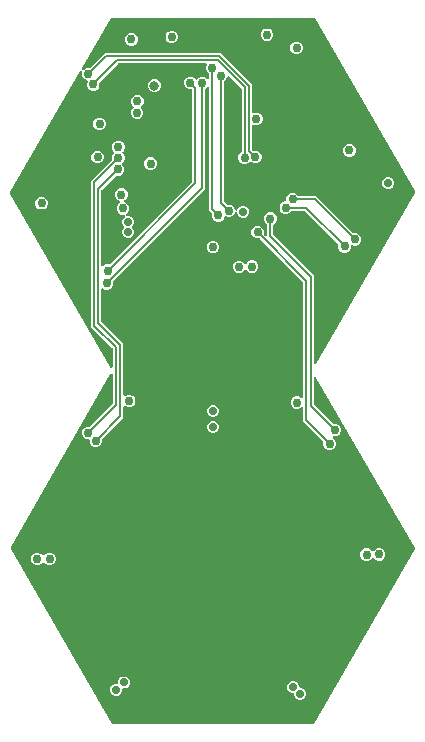
<source format=gbr>
G04 EAGLE Gerber RS-274X export*
G75*
%MOMM*%
%FSLAX34Y34*%
%LPD*%
%INCopper Layer 2*%
%IPPOS*%
%AMOC8*
5,1,8,0,0,1.08239X$1,22.5*%
G01*
%ADD10C,0.756400*%
%ADD11C,0.806400*%
%ADD12C,0.203200*%
%ADD13C,0.706400*%

G36*
X84580Y-449060D02*
X84580Y-449060D01*
X84658Y-449059D01*
X84720Y-449041D01*
X84785Y-449031D01*
X84856Y-449000D01*
X84930Y-448977D01*
X84985Y-448942D01*
X85044Y-448915D01*
X85103Y-448865D01*
X85169Y-448823D01*
X85204Y-448780D01*
X85261Y-448732D01*
X85333Y-448624D01*
X85382Y-448564D01*
X170714Y-300825D01*
X170743Y-300753D01*
X170781Y-300685D01*
X170796Y-300622D01*
X170821Y-300561D01*
X170829Y-300484D01*
X170846Y-300409D01*
X170843Y-300343D01*
X170850Y-300278D01*
X170836Y-300202D01*
X170832Y-300125D01*
X170812Y-300072D01*
X170799Y-299999D01*
X170742Y-299883D01*
X170715Y-299810D01*
X87621Y-155617D01*
X87608Y-155601D01*
X87600Y-155583D01*
X87521Y-155490D01*
X87446Y-155393D01*
X87429Y-155381D01*
X87416Y-155366D01*
X87314Y-155298D01*
X87215Y-155226D01*
X87197Y-155220D01*
X87180Y-155209D01*
X87063Y-155172D01*
X86948Y-155130D01*
X86928Y-155129D01*
X86909Y-155123D01*
X86787Y-155120D01*
X86664Y-155112D01*
X86645Y-155116D01*
X86625Y-155115D01*
X86506Y-155146D01*
X86386Y-155173D01*
X86369Y-155182D01*
X86350Y-155187D01*
X86244Y-155250D01*
X86137Y-155308D01*
X86122Y-155322D01*
X86105Y-155333D01*
X86021Y-155422D01*
X85934Y-155508D01*
X85924Y-155525D01*
X85911Y-155540D01*
X85855Y-155649D01*
X85795Y-155756D01*
X85790Y-155775D01*
X85781Y-155793D01*
X85769Y-155866D01*
X85730Y-156032D01*
X85732Y-156084D01*
X85726Y-156124D01*
X85726Y-178105D01*
X85738Y-178192D01*
X85741Y-178279D01*
X85758Y-178332D01*
X85766Y-178387D01*
X85801Y-178466D01*
X85828Y-178550D01*
X85856Y-178589D01*
X85882Y-178646D01*
X85978Y-178759D01*
X86023Y-178823D01*
X101504Y-194304D01*
X101506Y-194305D01*
X101507Y-194307D01*
X101625Y-194395D01*
X101732Y-194475D01*
X101733Y-194476D01*
X101735Y-194477D01*
X101868Y-194527D01*
X101997Y-194576D01*
X101999Y-194577D01*
X102001Y-194577D01*
X102144Y-194589D01*
X102281Y-194600D01*
X102282Y-194600D01*
X102284Y-194600D01*
X102301Y-194596D01*
X102324Y-194591D01*
X104561Y-194591D01*
X106511Y-195399D01*
X108004Y-196892D01*
X108812Y-198842D01*
X108812Y-200954D01*
X108004Y-202904D01*
X106511Y-204397D01*
X104561Y-205205D01*
X102508Y-205205D01*
X102470Y-205210D01*
X102456Y-205209D01*
X102414Y-205217D01*
X102334Y-205220D01*
X102281Y-205237D01*
X102227Y-205245D01*
X102185Y-205263D01*
X102177Y-205265D01*
X102150Y-205279D01*
X102147Y-205280D01*
X102063Y-205307D01*
X102017Y-205338D01*
X101967Y-205361D01*
X101927Y-205394D01*
X101925Y-205396D01*
X101917Y-205404D01*
X101900Y-205417D01*
X101828Y-205466D01*
X101792Y-205509D01*
X101750Y-205544D01*
X101719Y-205591D01*
X101719Y-205592D01*
X101718Y-205592D01*
X101702Y-205617D01*
X101645Y-205685D01*
X101623Y-205735D01*
X101593Y-205781D01*
X101566Y-205865D01*
X101531Y-205945D01*
X101523Y-205999D01*
X101507Y-206052D01*
X101505Y-206111D01*
X101505Y-206112D01*
X101505Y-206118D01*
X101504Y-206140D01*
X101493Y-206227D01*
X101501Y-206281D01*
X101499Y-206336D01*
X101514Y-206391D01*
X101514Y-206397D01*
X101521Y-206417D01*
X101522Y-206421D01*
X101534Y-206508D01*
X101557Y-206558D01*
X101571Y-206611D01*
X101598Y-206656D01*
X101601Y-206667D01*
X101617Y-206689D01*
X101652Y-206766D01*
X101688Y-206808D01*
X101717Y-206856D01*
X101775Y-206911D01*
X101796Y-206940D01*
X101833Y-206977D01*
X101837Y-206982D01*
X101839Y-206983D01*
X103432Y-208576D01*
X104240Y-210526D01*
X104240Y-212638D01*
X103432Y-214588D01*
X101939Y-216081D01*
X99989Y-216889D01*
X97877Y-216889D01*
X95927Y-216081D01*
X94434Y-214588D01*
X93626Y-212638D01*
X93626Y-210429D01*
X93630Y-210413D01*
X93630Y-210411D01*
X93631Y-210409D01*
X93626Y-210270D01*
X93622Y-210129D01*
X93622Y-210127D01*
X93622Y-210125D01*
X93579Y-209993D01*
X93536Y-209858D01*
X93535Y-209856D01*
X93534Y-209855D01*
X93525Y-209842D01*
X93378Y-209622D01*
X93354Y-209602D01*
X93339Y-209581D01*
X76580Y-192822D01*
X76580Y-181153D01*
X76576Y-181123D01*
X76579Y-181094D01*
X76556Y-180983D01*
X76540Y-180871D01*
X76528Y-180844D01*
X76523Y-180816D01*
X76471Y-180715D01*
X76424Y-180612D01*
X76405Y-180589D01*
X76392Y-180563D01*
X76314Y-180481D01*
X76241Y-180395D01*
X76216Y-180378D01*
X76196Y-180357D01*
X76098Y-180300D01*
X76004Y-180237D01*
X75976Y-180228D01*
X75951Y-180213D01*
X75841Y-180185D01*
X75733Y-180151D01*
X75703Y-180151D01*
X75675Y-180143D01*
X75562Y-180147D01*
X75449Y-180144D01*
X75420Y-180151D01*
X75391Y-180152D01*
X75283Y-180187D01*
X75174Y-180216D01*
X75148Y-180231D01*
X75120Y-180240D01*
X75056Y-180285D01*
X74929Y-180361D01*
X74886Y-180407D01*
X74847Y-180435D01*
X74126Y-181156D01*
X72176Y-181964D01*
X70064Y-181964D01*
X68114Y-181156D01*
X66621Y-179663D01*
X65813Y-177713D01*
X65813Y-175601D01*
X66621Y-173651D01*
X68114Y-172158D01*
X70064Y-171350D01*
X72176Y-171350D01*
X74126Y-172158D01*
X74847Y-172879D01*
X74871Y-172897D01*
X74890Y-172919D01*
X74984Y-172982D01*
X75074Y-173050D01*
X75102Y-173061D01*
X75126Y-173077D01*
X75234Y-173111D01*
X75340Y-173151D01*
X75369Y-173154D01*
X75397Y-173163D01*
X75511Y-173166D01*
X75623Y-173175D01*
X75652Y-173169D01*
X75681Y-173170D01*
X75791Y-173141D01*
X75902Y-173119D01*
X75928Y-173106D01*
X75956Y-173098D01*
X76054Y-173040D01*
X76154Y-172988D01*
X76176Y-172968D01*
X76201Y-172953D01*
X76278Y-172870D01*
X76360Y-172792D01*
X76375Y-172767D01*
X76395Y-172746D01*
X76447Y-172645D01*
X76504Y-172547D01*
X76511Y-172519D01*
X76525Y-172492D01*
X76538Y-172415D01*
X76574Y-172272D01*
X76572Y-172209D01*
X76580Y-172161D01*
X76580Y-75006D01*
X76568Y-74919D01*
X76565Y-74832D01*
X76548Y-74779D01*
X76540Y-74724D01*
X76505Y-74645D01*
X76478Y-74561D01*
X76450Y-74522D01*
X76424Y-74465D01*
X76328Y-74352D01*
X76283Y-74288D01*
X39974Y-37979D01*
X39972Y-37978D01*
X39971Y-37976D01*
X39853Y-37888D01*
X39746Y-37808D01*
X39745Y-37807D01*
X39743Y-37806D01*
X39610Y-37756D01*
X39481Y-37707D01*
X39479Y-37706D01*
X39477Y-37706D01*
X39334Y-37694D01*
X39197Y-37683D01*
X39196Y-37683D01*
X39194Y-37683D01*
X39177Y-37687D01*
X39154Y-37692D01*
X36917Y-37692D01*
X34967Y-36884D01*
X33474Y-35391D01*
X32666Y-33441D01*
X32666Y-31329D01*
X33474Y-29379D01*
X34967Y-27886D01*
X36917Y-27078D01*
X39029Y-27078D01*
X40979Y-27886D01*
X42472Y-29379D01*
X43280Y-31329D01*
X43280Y-33538D01*
X43276Y-33554D01*
X43276Y-33556D01*
X43275Y-33558D01*
X43280Y-33697D01*
X43284Y-33838D01*
X43284Y-33840D01*
X43284Y-33842D01*
X43327Y-33974D01*
X43370Y-34109D01*
X43371Y-34111D01*
X43372Y-34112D01*
X43381Y-34126D01*
X43528Y-34345D01*
X43552Y-34365D01*
X43567Y-34386D01*
X44494Y-35313D01*
X44518Y-35331D01*
X44537Y-35353D01*
X44631Y-35416D01*
X44721Y-35484D01*
X44749Y-35494D01*
X44773Y-35511D01*
X44881Y-35545D01*
X44987Y-35585D01*
X45016Y-35588D01*
X45044Y-35596D01*
X45158Y-35599D01*
X45270Y-35609D01*
X45299Y-35603D01*
X45328Y-35604D01*
X45438Y-35575D01*
X45549Y-35553D01*
X45575Y-35539D01*
X45603Y-35532D01*
X45701Y-35474D01*
X45801Y-35422D01*
X45823Y-35402D01*
X45848Y-35387D01*
X45925Y-35304D01*
X46007Y-35226D01*
X46022Y-35201D01*
X46042Y-35179D01*
X46094Y-35078D01*
X46151Y-34981D01*
X46158Y-34952D01*
X46172Y-34926D01*
X46185Y-34849D01*
X46221Y-34705D01*
X46219Y-34643D01*
X46227Y-34595D01*
X46227Y-26198D01*
X46227Y-26196D01*
X46227Y-26195D01*
X46207Y-26054D01*
X46187Y-25916D01*
X46187Y-25915D01*
X46187Y-25913D01*
X46128Y-25785D01*
X46071Y-25657D01*
X46070Y-25656D01*
X46069Y-25654D01*
X45979Y-25548D01*
X45888Y-25440D01*
X45886Y-25439D01*
X45885Y-25438D01*
X45873Y-25430D01*
X45850Y-25415D01*
X44269Y-23834D01*
X43461Y-21884D01*
X43461Y-19772D01*
X44269Y-17822D01*
X45762Y-16329D01*
X47712Y-15521D01*
X49824Y-15521D01*
X51774Y-16329D01*
X53267Y-17822D01*
X54075Y-19772D01*
X54075Y-21884D01*
X53267Y-23834D01*
X51705Y-25396D01*
X51691Y-25404D01*
X51690Y-25406D01*
X51688Y-25406D01*
X51590Y-25511D01*
X51495Y-25611D01*
X51495Y-25613D01*
X51494Y-25614D01*
X51429Y-25739D01*
X51365Y-25864D01*
X51365Y-25865D01*
X51364Y-25867D01*
X51362Y-25882D01*
X51310Y-26143D01*
X51313Y-26173D01*
X51309Y-26198D01*
X51309Y-34341D01*
X51321Y-34428D01*
X51324Y-34515D01*
X51341Y-34568D01*
X51349Y-34623D01*
X51384Y-34702D01*
X51411Y-34786D01*
X51439Y-34825D01*
X51465Y-34882D01*
X51561Y-34995D01*
X51606Y-35059D01*
X85726Y-69179D01*
X85726Y-143342D01*
X85729Y-143362D01*
X85727Y-143382D01*
X85748Y-143502D01*
X85766Y-143623D01*
X85774Y-143642D01*
X85777Y-143661D01*
X85832Y-143771D01*
X85882Y-143883D01*
X85895Y-143898D01*
X85904Y-143916D01*
X85986Y-144006D01*
X86065Y-144100D01*
X86082Y-144111D01*
X86096Y-144126D01*
X86200Y-144189D01*
X86302Y-144257D01*
X86321Y-144263D01*
X86338Y-144274D01*
X86456Y-144306D01*
X86573Y-144343D01*
X86593Y-144344D01*
X86612Y-144349D01*
X86735Y-144347D01*
X86857Y-144351D01*
X86877Y-144345D01*
X86897Y-144345D01*
X87014Y-144310D01*
X87132Y-144279D01*
X87150Y-144269D01*
X87169Y-144263D01*
X87272Y-144196D01*
X87377Y-144133D01*
X87390Y-144119D01*
X87407Y-144108D01*
X87454Y-144051D01*
X87571Y-143926D01*
X87595Y-143880D01*
X87621Y-143849D01*
X171145Y1090D01*
X171173Y1162D01*
X171211Y1229D01*
X171226Y1293D01*
X171251Y1353D01*
X171258Y1430D01*
X171276Y1506D01*
X171273Y1571D01*
X171279Y1636D01*
X171266Y1712D01*
X171262Y1790D01*
X171242Y1842D01*
X171229Y1916D01*
X171171Y2031D01*
X171144Y2104D01*
X86484Y148744D01*
X86436Y148805D01*
X86397Y148872D01*
X86349Y148916D01*
X86309Y148968D01*
X86246Y149013D01*
X86189Y149066D01*
X86131Y149096D01*
X86079Y149134D01*
X86005Y149160D01*
X85936Y149196D01*
X85881Y149205D01*
X85811Y149230D01*
X85682Y149238D01*
X85605Y149251D01*
X-85551Y149251D01*
X-85628Y149240D01*
X-85706Y149239D01*
X-85768Y149221D01*
X-85833Y149211D01*
X-85904Y149180D01*
X-85978Y149157D01*
X-86033Y149122D01*
X-86092Y149095D01*
X-86151Y149045D01*
X-86217Y149003D01*
X-86252Y148960D01*
X-86309Y148912D01*
X-86381Y148804D01*
X-86430Y148744D01*
X-110967Y106243D01*
X-110971Y106234D01*
X-110977Y106226D01*
X-111024Y106103D01*
X-111074Y105980D01*
X-111075Y105970D01*
X-111078Y105961D01*
X-111089Y105828D01*
X-111103Y105697D01*
X-111101Y105687D01*
X-111102Y105677D01*
X-111076Y105548D01*
X-111052Y105417D01*
X-111048Y105408D01*
X-111046Y105399D01*
X-110985Y105281D01*
X-110926Y105162D01*
X-110919Y105155D01*
X-110915Y105146D01*
X-110824Y105050D01*
X-110734Y104952D01*
X-110726Y104947D01*
X-110719Y104940D01*
X-110605Y104874D01*
X-110492Y104804D01*
X-110482Y104801D01*
X-110474Y104796D01*
X-110346Y104764D01*
X-110217Y104729D01*
X-110208Y104729D01*
X-110198Y104726D01*
X-110066Y104731D01*
X-109933Y104732D01*
X-109924Y104735D01*
X-109914Y104735D01*
X-109788Y104776D01*
X-109661Y104814D01*
X-109653Y104820D01*
X-109643Y104823D01*
X-109597Y104856D01*
X-109422Y104969D01*
X-109399Y104997D01*
X-109370Y105018D01*
X-108416Y105972D01*
X-106466Y106780D01*
X-104257Y106780D01*
X-104241Y106776D01*
X-104239Y106776D01*
X-104237Y106775D01*
X-104098Y106780D01*
X-103957Y106784D01*
X-103955Y106784D01*
X-103953Y106784D01*
X-103821Y106827D01*
X-103686Y106870D01*
X-103684Y106871D01*
X-103683Y106872D01*
X-103670Y106881D01*
X-103450Y107028D01*
X-103430Y107052D01*
X-103409Y107067D01*
X-91250Y119226D01*
X6490Y119226D01*
X32950Y92766D01*
X32950Y69197D01*
X32966Y69083D01*
X32976Y68969D01*
X32986Y68943D01*
X32990Y68916D01*
X33037Y68811D01*
X33078Y68704D01*
X33094Y68682D01*
X33106Y68656D01*
X33180Y68569D01*
X33249Y68477D01*
X33272Y68460D01*
X33289Y68439D01*
X33385Y68376D01*
X33477Y68307D01*
X33503Y68297D01*
X33526Y68282D01*
X33636Y68247D01*
X33743Y68206D01*
X33771Y68204D01*
X33797Y68196D01*
X33912Y68193D01*
X34026Y68184D01*
X34051Y68189D01*
X34081Y68189D01*
X34338Y68256D01*
X34354Y68259D01*
X35675Y68807D01*
X37787Y68807D01*
X39737Y67999D01*
X41230Y66506D01*
X42038Y64556D01*
X42038Y62444D01*
X41230Y60494D01*
X39737Y59001D01*
X37787Y58193D01*
X35675Y58193D01*
X34354Y58741D01*
X34242Y58769D01*
X34133Y58804D01*
X34105Y58805D01*
X34078Y58812D01*
X33964Y58808D01*
X33849Y58811D01*
X33822Y58804D01*
X33794Y58804D01*
X33685Y58769D01*
X33574Y58740D01*
X33550Y58725D01*
X33523Y58717D01*
X33428Y58653D01*
X33329Y58594D01*
X33310Y58574D01*
X33287Y58559D01*
X33213Y58471D01*
X33135Y58387D01*
X33122Y58362D01*
X33104Y58341D01*
X33058Y58236D01*
X33005Y58134D01*
X33001Y58109D01*
X32989Y58081D01*
X32952Y57818D01*
X32950Y57803D01*
X32950Y38120D01*
X32962Y38033D01*
X32965Y37946D01*
X32982Y37893D01*
X32990Y37838D01*
X33025Y37759D01*
X33052Y37675D01*
X33080Y37636D01*
X33106Y37579D01*
X33202Y37466D01*
X33247Y37402D01*
X33940Y36709D01*
X33942Y36708D01*
X33943Y36706D01*
X34061Y36618D01*
X34168Y36538D01*
X34169Y36537D01*
X34171Y36536D01*
X34304Y36486D01*
X34433Y36437D01*
X34435Y36436D01*
X34437Y36436D01*
X34580Y36424D01*
X34717Y36413D01*
X34718Y36413D01*
X34720Y36413D01*
X34737Y36417D01*
X34760Y36422D01*
X36997Y36422D01*
X38947Y35614D01*
X40440Y34121D01*
X41248Y32171D01*
X41248Y30059D01*
X40440Y28109D01*
X38947Y26616D01*
X36997Y25808D01*
X34885Y25808D01*
X32935Y26616D01*
X32432Y27119D01*
X32386Y27154D01*
X32345Y27196D01*
X32273Y27239D01*
X32205Y27290D01*
X32151Y27311D01*
X32100Y27340D01*
X32018Y27361D01*
X31940Y27391D01*
X31881Y27396D01*
X31825Y27410D01*
X31740Y27407D01*
X31656Y27414D01*
X31599Y27403D01*
X31540Y27401D01*
X31460Y27375D01*
X31377Y27359D01*
X31326Y27332D01*
X31270Y27314D01*
X31214Y27273D01*
X31125Y27228D01*
X31053Y27159D01*
X30997Y27119D01*
X29859Y25981D01*
X27909Y25173D01*
X25797Y25173D01*
X23847Y25981D01*
X22354Y27474D01*
X21546Y29424D01*
X21546Y31536D01*
X22354Y33486D01*
X23916Y35048D01*
X23930Y35056D01*
X23931Y35058D01*
X23933Y35058D01*
X24031Y35163D01*
X24126Y35263D01*
X24126Y35265D01*
X24127Y35266D01*
X24192Y35391D01*
X24256Y35516D01*
X24256Y35517D01*
X24257Y35519D01*
X24259Y35534D01*
X24311Y35795D01*
X24308Y35825D01*
X24312Y35850D01*
X24312Y88768D01*
X24300Y88855D01*
X24297Y88942D01*
X24280Y88995D01*
X24272Y89050D01*
X24237Y89129D01*
X24210Y89213D01*
X24182Y89252D01*
X24156Y89309D01*
X24060Y89422D01*
X24015Y89486D01*
X13970Y99531D01*
X13878Y99600D01*
X13790Y99674D01*
X13765Y99685D01*
X13743Y99702D01*
X13635Y99743D01*
X13531Y99789D01*
X13503Y99793D01*
X13477Y99803D01*
X13363Y99812D01*
X13249Y99828D01*
X13221Y99824D01*
X13194Y99827D01*
X13081Y99804D01*
X12968Y99788D01*
X12942Y99776D01*
X12915Y99771D01*
X12813Y99718D01*
X12709Y99670D01*
X12687Y99652D01*
X12663Y99640D01*
X12580Y99561D01*
X12492Y99486D01*
X12479Y99465D01*
X12457Y99444D01*
X12322Y99215D01*
X12314Y99202D01*
X11484Y97197D01*
X9922Y95635D01*
X9908Y95627D01*
X9907Y95625D01*
X9905Y95625D01*
X9806Y95519D01*
X9712Y95420D01*
X9712Y95418D01*
X9711Y95417D01*
X9646Y95292D01*
X9582Y95167D01*
X9582Y95166D01*
X9581Y95164D01*
X9579Y95149D01*
X9527Y94888D01*
X9530Y94858D01*
X9526Y94833D01*
X9526Y-6249D01*
X9538Y-6335D01*
X9541Y-6423D01*
X9558Y-6475D01*
X9566Y-6530D01*
X9601Y-6610D01*
X9628Y-6693D01*
X9656Y-6732D01*
X9682Y-6790D01*
X9778Y-6903D01*
X9823Y-6967D01*
X11557Y-8701D01*
X11559Y-8702D01*
X11560Y-8703D01*
X11678Y-8791D01*
X11785Y-8872D01*
X11786Y-8872D01*
X11788Y-8874D01*
X11921Y-8924D01*
X12050Y-8973D01*
X12052Y-8973D01*
X12054Y-8974D01*
X12197Y-8985D01*
X12334Y-8997D01*
X12335Y-8996D01*
X12337Y-8996D01*
X12354Y-8992D01*
X12377Y-8988D01*
X14614Y-8988D01*
X16564Y-9796D01*
X18057Y-11289D01*
X18903Y-13332D01*
X18905Y-13340D01*
X18933Y-13404D01*
X18941Y-13424D01*
X18966Y-13501D01*
X18998Y-13548D01*
X19021Y-13600D01*
X19076Y-13665D01*
X19124Y-13737D01*
X19168Y-13773D01*
X19204Y-13817D01*
X19276Y-13864D01*
X19342Y-13920D01*
X19394Y-13943D01*
X19441Y-13974D01*
X19523Y-14000D01*
X19602Y-14035D01*
X19658Y-14043D01*
X19712Y-14060D01*
X19798Y-14062D01*
X19883Y-14074D01*
X19939Y-14066D01*
X19996Y-14067D01*
X20079Y-14046D01*
X20165Y-14033D01*
X20216Y-14010D01*
X20271Y-13996D01*
X20345Y-13952D01*
X20424Y-13916D01*
X20467Y-13879D01*
X20516Y-13850D01*
X20575Y-13788D01*
X20640Y-13732D01*
X20666Y-13690D01*
X20710Y-13643D01*
X20776Y-13514D01*
X20818Y-13447D01*
X21367Y-12122D01*
X22790Y-10699D01*
X24648Y-9929D01*
X26660Y-9929D01*
X28518Y-10699D01*
X29941Y-12122D01*
X30711Y-13980D01*
X30711Y-15992D01*
X29941Y-17850D01*
X28518Y-19273D01*
X26660Y-20043D01*
X24648Y-20043D01*
X22790Y-19273D01*
X21367Y-17850D01*
X20536Y-15844D01*
X20521Y-15819D01*
X20512Y-15791D01*
X20449Y-15697D01*
X20392Y-15599D01*
X20370Y-15579D01*
X20354Y-15555D01*
X20267Y-15482D01*
X20185Y-15404D01*
X20159Y-15391D01*
X20136Y-15372D01*
X20033Y-15326D01*
X19932Y-15274D01*
X19903Y-15268D01*
X19877Y-15256D01*
X19764Y-15241D01*
X19653Y-15219D01*
X19624Y-15221D01*
X19595Y-15217D01*
X19483Y-15234D01*
X19370Y-15243D01*
X19343Y-15254D01*
X19314Y-15258D01*
X19211Y-15305D01*
X19105Y-15345D01*
X19081Y-15363D01*
X19055Y-15375D01*
X18968Y-15449D01*
X18878Y-15517D01*
X18860Y-15540D01*
X18838Y-15559D01*
X18797Y-15626D01*
X18708Y-15745D01*
X18686Y-15803D01*
X18660Y-15844D01*
X18057Y-17301D01*
X16564Y-18793D01*
X14614Y-19601D01*
X12502Y-19601D01*
X11065Y-19006D01*
X11008Y-18991D01*
X10955Y-18968D01*
X10871Y-18956D01*
X10790Y-18935D01*
X10731Y-18937D01*
X10673Y-18929D01*
X10590Y-18941D01*
X10505Y-18943D01*
X10450Y-18961D01*
X10392Y-18969D01*
X10315Y-19004D01*
X10235Y-19030D01*
X10186Y-19062D01*
X10133Y-19086D01*
X10068Y-19141D01*
X9999Y-19188D01*
X9961Y-19233D01*
X9916Y-19271D01*
X9880Y-19329D01*
X9816Y-19406D01*
X9775Y-19497D01*
X9738Y-19555D01*
X9071Y-21167D01*
X7578Y-22660D01*
X5628Y-23468D01*
X3516Y-23468D01*
X1566Y-22660D01*
X73Y-21167D01*
X-735Y-19217D01*
X-735Y-17008D01*
X-731Y-16992D01*
X-731Y-16990D01*
X-730Y-16988D01*
X-735Y-16849D01*
X-739Y-16708D01*
X-739Y-16706D01*
X-739Y-16704D01*
X-782Y-16573D01*
X-825Y-16437D01*
X-826Y-16435D01*
X-827Y-16434D01*
X-836Y-16421D01*
X-983Y-16201D01*
X-1007Y-16181D01*
X-1022Y-16160D01*
X-3148Y-14034D01*
X-3148Y89766D01*
X-3152Y89796D01*
X-3149Y89825D01*
X-3172Y89936D01*
X-3188Y90048D01*
X-3200Y90075D01*
X-3205Y90103D01*
X-3258Y90204D01*
X-3304Y90307D01*
X-3323Y90330D01*
X-3336Y90356D01*
X-3414Y90438D01*
X-3487Y90524D01*
X-3512Y90541D01*
X-3532Y90562D01*
X-3630Y90619D01*
X-3724Y90682D01*
X-3752Y90691D01*
X-3777Y90706D01*
X-3887Y90733D01*
X-3995Y90768D01*
X-4025Y90768D01*
X-4053Y90776D01*
X-4166Y90772D01*
X-4279Y90775D01*
X-4308Y90768D01*
X-4337Y90767D01*
X-4445Y90732D01*
X-4554Y90703D01*
X-4580Y90688D01*
X-4608Y90679D01*
X-4672Y90634D01*
X-4799Y90558D01*
X-4842Y90512D01*
X-4881Y90484D01*
X-5953Y89412D01*
X-5967Y89404D01*
X-5968Y89402D01*
X-5970Y89402D01*
X-6068Y89297D01*
X-6163Y89197D01*
X-6163Y89195D01*
X-6164Y89194D01*
X-6230Y89067D01*
X-6293Y88944D01*
X-6293Y88943D01*
X-6294Y88941D01*
X-6296Y88926D01*
X-6348Y88665D01*
X-6345Y88635D01*
X-6349Y88610D01*
X-6349Y4028D01*
X-84195Y-73818D01*
X-84196Y-73820D01*
X-84198Y-73821D01*
X-84286Y-73939D01*
X-84366Y-74046D01*
X-84367Y-74047D01*
X-84368Y-74049D01*
X-84418Y-74182D01*
X-84467Y-74311D01*
X-84468Y-74313D01*
X-84468Y-74315D01*
X-84480Y-74458D01*
X-84491Y-74595D01*
X-84491Y-74596D01*
X-84491Y-74598D01*
X-84487Y-74615D01*
X-84482Y-74638D01*
X-84482Y-76875D01*
X-85290Y-78825D01*
X-86783Y-80318D01*
X-88733Y-81126D01*
X-90845Y-81126D01*
X-92804Y-80314D01*
X-92822Y-80293D01*
X-92916Y-80230D01*
X-93007Y-80162D01*
X-93034Y-80152D01*
X-93059Y-80136D01*
X-93167Y-80101D01*
X-93272Y-80061D01*
X-93302Y-80059D01*
X-93330Y-80050D01*
X-93443Y-80047D01*
X-93556Y-80037D01*
X-93585Y-80043D01*
X-93614Y-80043D01*
X-93723Y-80071D01*
X-93834Y-80093D01*
X-93861Y-80107D01*
X-93889Y-80114D01*
X-93986Y-80172D01*
X-94087Y-80224D01*
X-94108Y-80245D01*
X-94133Y-80260D01*
X-94211Y-80342D01*
X-94293Y-80420D01*
X-94308Y-80445D01*
X-94328Y-80467D01*
X-94379Y-80568D01*
X-94437Y-80665D01*
X-94444Y-80694D01*
X-94457Y-80720D01*
X-94470Y-80797D01*
X-94507Y-80941D01*
X-94505Y-81003D01*
X-94513Y-81051D01*
X-94513Y-107519D01*
X-94501Y-107605D01*
X-94498Y-107693D01*
X-94481Y-107745D01*
X-94473Y-107800D01*
X-94437Y-107880D01*
X-94410Y-107963D01*
X-94382Y-108002D01*
X-94357Y-108059D01*
X-94261Y-108173D01*
X-94215Y-108236D01*
X-75691Y-126761D01*
X-75691Y-170129D01*
X-75687Y-170159D01*
X-75690Y-170188D01*
X-75667Y-170299D01*
X-75651Y-170411D01*
X-75639Y-170438D01*
X-75634Y-170466D01*
X-75582Y-170567D01*
X-75535Y-170670D01*
X-75516Y-170693D01*
X-75503Y-170719D01*
X-75425Y-170801D01*
X-75352Y-170887D01*
X-75327Y-170904D01*
X-75307Y-170925D01*
X-75209Y-170982D01*
X-75115Y-171045D01*
X-75087Y-171054D01*
X-75062Y-171069D01*
X-74952Y-171097D01*
X-74844Y-171131D01*
X-74815Y-171131D01*
X-74786Y-171139D01*
X-74673Y-171135D01*
X-74560Y-171138D01*
X-74531Y-171131D01*
X-74502Y-171130D01*
X-74394Y-171095D01*
X-74285Y-171066D01*
X-74259Y-171051D01*
X-74231Y-171042D01*
X-74168Y-170997D01*
X-74040Y-170921D01*
X-73997Y-170875D01*
X-73958Y-170847D01*
X-73872Y-170761D01*
X-71922Y-169953D01*
X-69810Y-169953D01*
X-67860Y-170761D01*
X-66367Y-172254D01*
X-65559Y-174204D01*
X-65559Y-176316D01*
X-66367Y-178266D01*
X-67860Y-179759D01*
X-69810Y-180567D01*
X-71922Y-180567D01*
X-73872Y-179759D01*
X-73958Y-179673D01*
X-73982Y-179655D01*
X-74001Y-179633D01*
X-74095Y-179570D01*
X-74185Y-179502D01*
X-74213Y-179491D01*
X-74237Y-179475D01*
X-74345Y-179441D01*
X-74451Y-179401D01*
X-74480Y-179398D01*
X-74508Y-179389D01*
X-74621Y-179386D01*
X-74734Y-179377D01*
X-74763Y-179383D01*
X-74792Y-179382D01*
X-74902Y-179411D01*
X-75013Y-179433D01*
X-75039Y-179446D01*
X-75067Y-179454D01*
X-75164Y-179511D01*
X-75265Y-179564D01*
X-75287Y-179584D01*
X-75312Y-179599D01*
X-75389Y-179682D01*
X-75471Y-179760D01*
X-75486Y-179785D01*
X-75506Y-179806D01*
X-75558Y-179907D01*
X-75615Y-180005D01*
X-75622Y-180033D01*
X-75636Y-180060D01*
X-75649Y-180137D01*
X-75685Y-180280D01*
X-75683Y-180343D01*
X-75691Y-180391D01*
X-75691Y-189393D01*
X-77477Y-191179D01*
X-93466Y-207168D01*
X-93467Y-207170D01*
X-93469Y-207171D01*
X-93556Y-207287D01*
X-93637Y-207396D01*
X-93638Y-207397D01*
X-93639Y-207398D01*
X-93689Y-207531D01*
X-93738Y-207661D01*
X-93739Y-207663D01*
X-93739Y-207664D01*
X-93751Y-207810D01*
X-93762Y-207945D01*
X-93762Y-207946D01*
X-93762Y-207948D01*
X-93758Y-207963D01*
X-93753Y-207988D01*
X-93753Y-210225D01*
X-94561Y-212175D01*
X-96054Y-213668D01*
X-98004Y-214476D01*
X-100116Y-214476D01*
X-102066Y-213668D01*
X-103559Y-212175D01*
X-104367Y-210225D01*
X-104367Y-208633D01*
X-104375Y-208575D01*
X-104373Y-208517D01*
X-104395Y-208435D01*
X-104407Y-208351D01*
X-104430Y-208298D01*
X-104445Y-208242D01*
X-104488Y-208169D01*
X-104523Y-208092D01*
X-104561Y-208047D01*
X-104590Y-207997D01*
X-104652Y-207939D01*
X-104706Y-207875D01*
X-104755Y-207843D01*
X-104798Y-207803D01*
X-104873Y-207764D01*
X-104943Y-207717D01*
X-104999Y-207700D01*
X-105051Y-207673D01*
X-105119Y-207662D01*
X-105214Y-207632D01*
X-105314Y-207629D01*
X-105382Y-207618D01*
X-106847Y-207618D01*
X-108797Y-206810D01*
X-110290Y-205317D01*
X-111098Y-203367D01*
X-111098Y-201255D01*
X-110290Y-199305D01*
X-108797Y-197812D01*
X-106847Y-197004D01*
X-104638Y-197004D01*
X-104622Y-197008D01*
X-104620Y-197008D01*
X-104618Y-197009D01*
X-104479Y-197004D01*
X-104338Y-197000D01*
X-104336Y-197000D01*
X-104334Y-197000D01*
X-104202Y-196957D01*
X-104067Y-196914D01*
X-104065Y-196913D01*
X-104064Y-196912D01*
X-104051Y-196903D01*
X-103831Y-196756D01*
X-103811Y-196732D01*
X-103790Y-196717D01*
X-85134Y-178061D01*
X-85082Y-177991D01*
X-85022Y-177927D01*
X-84996Y-177878D01*
X-84963Y-177834D01*
X-84932Y-177752D01*
X-84892Y-177674D01*
X-84884Y-177627D01*
X-84862Y-177568D01*
X-84850Y-177420D01*
X-84837Y-177343D01*
X-84837Y-153386D01*
X-84840Y-153366D01*
X-84838Y-153346D01*
X-84859Y-153226D01*
X-84877Y-153105D01*
X-84885Y-153086D01*
X-84888Y-153067D01*
X-84943Y-152957D01*
X-84993Y-152845D01*
X-85006Y-152830D01*
X-85015Y-152812D01*
X-85097Y-152722D01*
X-85176Y-152628D01*
X-85193Y-152617D01*
X-85207Y-152602D01*
X-85311Y-152539D01*
X-85413Y-152471D01*
X-85432Y-152465D01*
X-85449Y-152454D01*
X-85567Y-152422D01*
X-85684Y-152385D01*
X-85704Y-152384D01*
X-85723Y-152379D01*
X-85846Y-152381D01*
X-85968Y-152378D01*
X-85988Y-152383D01*
X-86008Y-152383D01*
X-86125Y-152418D01*
X-86243Y-152449D01*
X-86261Y-152460D01*
X-86280Y-152465D01*
X-86383Y-152532D01*
X-86488Y-152595D01*
X-86501Y-152609D01*
X-86518Y-152620D01*
X-86565Y-152677D01*
X-86682Y-152802D01*
X-86706Y-152848D01*
X-86732Y-152879D01*
X-171060Y-299213D01*
X-171089Y-299285D01*
X-171126Y-299353D01*
X-171141Y-299416D01*
X-171166Y-299477D01*
X-171174Y-299554D01*
X-171191Y-299629D01*
X-171188Y-299695D01*
X-171194Y-299760D01*
X-171181Y-299836D01*
X-171177Y-299913D01*
X-171157Y-299966D01*
X-171144Y-300039D01*
X-171086Y-300155D01*
X-171059Y-300228D01*
X-85382Y-448564D01*
X-85334Y-448625D01*
X-85295Y-448692D01*
X-85247Y-448736D01*
X-85207Y-448788D01*
X-85144Y-448833D01*
X-85087Y-448886D01*
X-85029Y-448916D01*
X-84977Y-448954D01*
X-84904Y-448980D01*
X-84834Y-449016D01*
X-84779Y-449025D01*
X-84709Y-449050D01*
X-84580Y-449058D01*
X-84503Y-449071D01*
X84503Y-449071D01*
X84580Y-449060D01*
G37*
G36*
X-85756Y-147342D02*
X-85756Y-147342D01*
X-85736Y-147342D01*
X-85617Y-147312D01*
X-85497Y-147285D01*
X-85480Y-147276D01*
X-85461Y-147271D01*
X-85355Y-147208D01*
X-85248Y-147150D01*
X-85233Y-147136D01*
X-85216Y-147125D01*
X-85132Y-147036D01*
X-85045Y-146950D01*
X-85035Y-146933D01*
X-85022Y-146918D01*
X-84966Y-146809D01*
X-84906Y-146702D01*
X-84901Y-146683D01*
X-84892Y-146665D01*
X-84880Y-146592D01*
X-84841Y-146426D01*
X-84843Y-146374D01*
X-84837Y-146334D01*
X-84837Y-131394D01*
X-84849Y-131307D01*
X-84852Y-131220D01*
X-84869Y-131167D01*
X-84877Y-131112D01*
X-84912Y-131033D01*
X-84939Y-130949D01*
X-84967Y-130910D01*
X-84993Y-130853D01*
X-85089Y-130740D01*
X-85134Y-130676D01*
X-101466Y-114344D01*
X-103252Y-112558D01*
X-103252Y10958D01*
X-101466Y12744D01*
X-85731Y28479D01*
X-85730Y28481D01*
X-85728Y28482D01*
X-85642Y28597D01*
X-85560Y28707D01*
X-85559Y28708D01*
X-85558Y28710D01*
X-85508Y28843D01*
X-85459Y28972D01*
X-85458Y28974D01*
X-85458Y28976D01*
X-85446Y29119D01*
X-85435Y29256D01*
X-85435Y29257D01*
X-85435Y29259D01*
X-85439Y29276D01*
X-85444Y29299D01*
X-85444Y31536D01*
X-84636Y33486D01*
X-83724Y34398D01*
X-83689Y34444D01*
X-83647Y34485D01*
X-83604Y34557D01*
X-83553Y34625D01*
X-83532Y34679D01*
X-83503Y34730D01*
X-83482Y34811D01*
X-83452Y34890D01*
X-83447Y34949D01*
X-83433Y35005D01*
X-83436Y35090D01*
X-83429Y35174D01*
X-83440Y35231D01*
X-83442Y35290D01*
X-83468Y35370D01*
X-83484Y35452D01*
X-83511Y35504D01*
X-83529Y35560D01*
X-83569Y35616D01*
X-83615Y35705D01*
X-83684Y35777D01*
X-83724Y35833D01*
X-84610Y36720D01*
X-85418Y38670D01*
X-85418Y40781D01*
X-84610Y42732D01*
X-83118Y44224D01*
X-81167Y45032D01*
X-79056Y45032D01*
X-77106Y44224D01*
X-75613Y42732D01*
X-74805Y40781D01*
X-74805Y38670D01*
X-75613Y36720D01*
X-76524Y35808D01*
X-76560Y35761D01*
X-76602Y35721D01*
X-76645Y35648D01*
X-76695Y35581D01*
X-76716Y35526D01*
X-76746Y35476D01*
X-76767Y35394D01*
X-76797Y35315D01*
X-76801Y35257D01*
X-76816Y35200D01*
X-76813Y35116D01*
X-76820Y35032D01*
X-76809Y34975D01*
X-76807Y34916D01*
X-76781Y34836D01*
X-76764Y34753D01*
X-76737Y34701D01*
X-76719Y34646D01*
X-76679Y34589D01*
X-76633Y34501D01*
X-76565Y34428D01*
X-76524Y34372D01*
X-75638Y33486D01*
X-74830Y31536D01*
X-74830Y29424D01*
X-75638Y27474D01*
X-76839Y26273D01*
X-76874Y26226D01*
X-76917Y26186D01*
X-76960Y26113D01*
X-77010Y26046D01*
X-77031Y25991D01*
X-77061Y25941D01*
X-77081Y25859D01*
X-77111Y25780D01*
X-77116Y25722D01*
X-77131Y25665D01*
X-77128Y25581D01*
X-77135Y25497D01*
X-77123Y25439D01*
X-77122Y25381D01*
X-77096Y25301D01*
X-77079Y25218D01*
X-77052Y25166D01*
X-77034Y25110D01*
X-76994Y25054D01*
X-76948Y24966D01*
X-76879Y24893D01*
X-76839Y24837D01*
X-75765Y23763D01*
X-74957Y21813D01*
X-74957Y19701D01*
X-75765Y17751D01*
X-77258Y16258D01*
X-79208Y15450D01*
X-81417Y15450D01*
X-81433Y15454D01*
X-81435Y15454D01*
X-81437Y15455D01*
X-81576Y15450D01*
X-81717Y15446D01*
X-81719Y15446D01*
X-81721Y15446D01*
X-81853Y15403D01*
X-81988Y15360D01*
X-81990Y15359D01*
X-81991Y15358D01*
X-82004Y15349D01*
X-82224Y15202D01*
X-82244Y15178D01*
X-82265Y15163D01*
X-94215Y3212D01*
X-94268Y3143D01*
X-94328Y3079D01*
X-94353Y3029D01*
X-94386Y2985D01*
X-94417Y2904D01*
X-94457Y2826D01*
X-94465Y2778D01*
X-94488Y2720D01*
X-94500Y2572D01*
X-94513Y2495D01*
X-94513Y-60300D01*
X-94509Y-60329D01*
X-94511Y-60358D01*
X-94489Y-60469D01*
X-94473Y-60581D01*
X-94461Y-60608D01*
X-94455Y-60637D01*
X-94403Y-60738D01*
X-94357Y-60841D01*
X-94338Y-60863D01*
X-94324Y-60889D01*
X-94246Y-60971D01*
X-94173Y-61058D01*
X-94149Y-61074D01*
X-94128Y-61095D01*
X-94031Y-61153D01*
X-93936Y-61215D01*
X-93908Y-61224D01*
X-93883Y-61239D01*
X-93773Y-61267D01*
X-93665Y-61301D01*
X-93636Y-61302D01*
X-93608Y-61309D01*
X-93495Y-61306D01*
X-93381Y-61308D01*
X-93353Y-61301D01*
X-93323Y-61300D01*
X-93215Y-61265D01*
X-93106Y-61237D01*
X-93081Y-61222D01*
X-93053Y-61213D01*
X-92989Y-61167D01*
X-92862Y-61091D01*
X-92819Y-61046D01*
X-92780Y-61018D01*
X-92160Y-60398D01*
X-90210Y-59590D01*
X-88001Y-59590D01*
X-87985Y-59594D01*
X-87983Y-59594D01*
X-87981Y-59595D01*
X-87842Y-59590D01*
X-87701Y-59586D01*
X-87699Y-59586D01*
X-87697Y-59586D01*
X-87565Y-59543D01*
X-87430Y-59500D01*
X-87428Y-59499D01*
X-87427Y-59498D01*
X-87414Y-59489D01*
X-87194Y-59342D01*
X-87174Y-59318D01*
X-87153Y-59303D01*
X-17697Y10153D01*
X-17645Y10223D01*
X-17585Y10287D01*
X-17559Y10336D01*
X-17526Y10380D01*
X-17495Y10462D01*
X-17455Y10540D01*
X-17447Y10587D01*
X-17425Y10646D01*
X-17413Y10794D01*
X-17400Y10871D01*
X-17400Y87658D01*
X-17408Y87716D01*
X-17406Y87774D01*
X-17428Y87856D01*
X-17440Y87940D01*
X-17463Y87993D01*
X-17478Y88049D01*
X-17521Y88122D01*
X-17556Y88199D01*
X-17594Y88244D01*
X-17623Y88294D01*
X-17685Y88352D01*
X-17739Y88416D01*
X-17788Y88448D01*
X-17831Y88488D01*
X-17906Y88527D01*
X-17976Y88574D01*
X-18032Y88591D01*
X-18084Y88618D01*
X-18152Y88629D01*
X-18247Y88659D01*
X-18347Y88662D01*
X-18415Y88673D01*
X-20106Y88673D01*
X-22056Y89481D01*
X-23549Y90974D01*
X-24357Y92924D01*
X-24357Y95036D01*
X-23549Y96986D01*
X-22056Y98479D01*
X-20106Y99287D01*
X-17994Y99287D01*
X-16044Y98479D01*
X-14688Y97123D01*
X-14641Y97088D01*
X-14601Y97045D01*
X-14528Y97002D01*
X-14461Y96952D01*
X-14406Y96931D01*
X-14356Y96901D01*
X-14274Y96881D01*
X-14195Y96851D01*
X-14137Y96846D01*
X-14080Y96831D01*
X-13996Y96834D01*
X-13912Y96827D01*
X-13854Y96839D01*
X-13796Y96840D01*
X-13716Y96866D01*
X-13633Y96883D01*
X-13581Y96910D01*
X-13525Y96928D01*
X-13469Y96968D01*
X-13381Y97014D01*
X-13308Y97083D01*
X-13252Y97123D01*
X-11896Y98479D01*
X-9946Y99287D01*
X-7834Y99287D01*
X-5884Y98479D01*
X-4881Y97476D01*
X-4857Y97458D01*
X-4838Y97436D01*
X-4744Y97373D01*
X-4654Y97305D01*
X-4626Y97294D01*
X-4602Y97278D01*
X-4494Y97244D01*
X-4388Y97204D01*
X-4359Y97201D01*
X-4331Y97192D01*
X-4217Y97189D01*
X-4105Y97180D01*
X-4076Y97186D01*
X-4047Y97185D01*
X-3937Y97214D01*
X-3826Y97236D01*
X-3800Y97249D01*
X-3772Y97257D01*
X-3674Y97315D01*
X-3574Y97367D01*
X-3552Y97387D01*
X-3527Y97402D01*
X-3450Y97485D01*
X-3368Y97563D01*
X-3353Y97588D01*
X-3333Y97609D01*
X-3281Y97710D01*
X-3224Y97808D01*
X-3217Y97836D01*
X-3203Y97863D01*
X-3190Y97940D01*
X-3154Y98083D01*
X-3156Y98146D01*
X-3148Y98194D01*
X-3148Y101437D01*
X-3148Y101439D01*
X-3148Y101440D01*
X-3167Y101574D01*
X-3188Y101719D01*
X-3188Y101720D01*
X-3188Y101722D01*
X-3247Y101851D01*
X-3304Y101978D01*
X-3305Y101979D01*
X-3306Y101981D01*
X-3396Y102087D01*
X-3487Y102195D01*
X-3489Y102196D01*
X-3490Y102197D01*
X-3502Y102205D01*
X-3525Y102220D01*
X-5106Y103801D01*
X-5914Y105751D01*
X-5914Y107863D01*
X-5366Y109184D01*
X-5338Y109296D01*
X-5303Y109405D01*
X-5302Y109433D01*
X-5295Y109460D01*
X-5299Y109574D01*
X-5296Y109689D01*
X-5303Y109716D01*
X-5303Y109744D01*
X-5338Y109853D01*
X-5367Y109964D01*
X-5382Y109988D01*
X-5390Y110015D01*
X-5454Y110110D01*
X-5513Y110209D01*
X-5533Y110228D01*
X-5548Y110251D01*
X-5636Y110325D01*
X-5720Y110403D01*
X-5745Y110416D01*
X-5766Y110434D01*
X-5871Y110480D01*
X-5973Y110533D01*
X-5998Y110537D01*
X-6026Y110549D01*
X-6289Y110586D01*
X-6304Y110588D01*
X-79454Y110588D01*
X-79541Y110576D01*
X-79628Y110573D01*
X-79681Y110556D01*
X-79736Y110548D01*
X-79815Y110513D01*
X-79899Y110486D01*
X-79938Y110458D01*
X-79995Y110432D01*
X-80108Y110336D01*
X-80172Y110291D01*
X-95752Y94711D01*
X-95753Y94709D01*
X-95755Y94708D01*
X-95843Y94590D01*
X-95923Y94483D01*
X-95924Y94482D01*
X-95925Y94480D01*
X-95975Y94347D01*
X-96024Y94218D01*
X-96025Y94216D01*
X-96025Y94214D01*
X-96037Y94071D01*
X-96048Y93934D01*
X-96048Y93933D01*
X-96048Y93931D01*
X-96044Y93914D01*
X-96039Y93891D01*
X-96039Y91654D01*
X-96847Y89704D01*
X-98340Y88211D01*
X-100290Y87403D01*
X-102402Y87403D01*
X-104352Y88211D01*
X-105845Y89704D01*
X-106653Y91654D01*
X-106653Y93766D01*
X-106165Y94943D01*
X-106150Y95000D01*
X-106127Y95053D01*
X-106115Y95137D01*
X-106094Y95218D01*
X-106096Y95277D01*
X-106088Y95335D01*
X-106100Y95418D01*
X-106102Y95502D01*
X-106120Y95558D01*
X-106128Y95616D01*
X-106163Y95693D01*
X-106189Y95773D01*
X-106221Y95822D01*
X-106246Y95875D01*
X-106300Y95939D01*
X-106347Y96009D01*
X-106392Y96047D01*
X-106430Y96091D01*
X-106488Y96128D01*
X-106565Y96192D01*
X-106656Y96233D01*
X-106715Y96269D01*
X-108416Y96974D01*
X-109909Y98467D01*
X-110717Y100417D01*
X-110717Y102529D01*
X-110563Y102900D01*
X-110544Y102974D01*
X-110515Y103044D01*
X-110509Y103110D01*
X-110492Y103175D01*
X-110494Y103251D01*
X-110486Y103327D01*
X-110498Y103393D01*
X-110500Y103459D01*
X-110523Y103532D01*
X-110537Y103607D01*
X-110567Y103667D01*
X-110587Y103730D01*
X-110629Y103793D01*
X-110663Y103862D01*
X-110708Y103911D01*
X-110745Y103966D01*
X-110803Y104015D01*
X-110855Y104071D01*
X-110912Y104106D01*
X-110963Y104149D01*
X-111032Y104180D01*
X-111097Y104220D01*
X-111162Y104237D01*
X-111222Y104265D01*
X-111298Y104275D01*
X-111372Y104295D01*
X-111438Y104294D01*
X-111504Y104303D01*
X-111580Y104293D01*
X-111656Y104292D01*
X-111720Y104272D01*
X-111785Y104263D01*
X-111855Y104231D01*
X-111928Y104209D01*
X-111984Y104173D01*
X-112045Y104146D01*
X-112103Y104096D01*
X-112167Y104055D01*
X-112203Y104011D01*
X-112261Y103961D01*
X-112315Y103875D01*
X-112380Y103796D01*
X-171535Y1333D01*
X-171564Y1262D01*
X-171602Y1194D01*
X-171617Y1130D01*
X-171641Y1070D01*
X-171649Y993D01*
X-171667Y917D01*
X-171664Y852D01*
X-171670Y787D01*
X-171657Y711D01*
X-171653Y633D01*
X-171633Y581D01*
X-171620Y507D01*
X-171563Y392D01*
X-171536Y319D01*
X-86732Y-146841D01*
X-86719Y-146857D01*
X-86711Y-146875D01*
X-86632Y-146968D01*
X-86557Y-147065D01*
X-86540Y-147077D01*
X-86527Y-147092D01*
X-86425Y-147160D01*
X-86326Y-147232D01*
X-86308Y-147238D01*
X-86291Y-147249D01*
X-86174Y-147286D01*
X-86059Y-147328D01*
X-86039Y-147329D01*
X-86020Y-147335D01*
X-85898Y-147338D01*
X-85775Y-147346D01*
X-85756Y-147342D01*
G37*
%LPC*%
G36*
X110450Y-49630D02*
X110450Y-49630D01*
X108500Y-48822D01*
X107007Y-47329D01*
X106199Y-45379D01*
X106199Y-43170D01*
X106203Y-43154D01*
X106203Y-43152D01*
X106204Y-43150D01*
X106199Y-43011D01*
X106195Y-42870D01*
X106195Y-42868D01*
X106195Y-42866D01*
X106154Y-42740D01*
X106109Y-42599D01*
X106108Y-42597D01*
X106107Y-42596D01*
X106098Y-42583D01*
X105951Y-42363D01*
X105927Y-42343D01*
X105912Y-42322D01*
X78121Y-14531D01*
X78051Y-14479D01*
X77987Y-14419D01*
X77938Y-14394D01*
X77894Y-14360D01*
X77812Y-14329D01*
X77734Y-14289D01*
X77687Y-14281D01*
X77628Y-14259D01*
X77481Y-14247D01*
X77403Y-14234D01*
X67083Y-14234D01*
X67081Y-14234D01*
X67080Y-14234D01*
X66939Y-14254D01*
X66801Y-14274D01*
X66800Y-14274D01*
X66798Y-14275D01*
X66669Y-14333D01*
X66542Y-14390D01*
X66541Y-14391D01*
X66539Y-14392D01*
X66432Y-14483D01*
X66325Y-14574D01*
X66324Y-14575D01*
X66323Y-14576D01*
X66315Y-14589D01*
X66300Y-14611D01*
X64719Y-16192D01*
X62768Y-17000D01*
X60657Y-17000D01*
X58707Y-16192D01*
X57214Y-14699D01*
X56406Y-12749D01*
X56406Y-10638D01*
X57214Y-8687D01*
X58707Y-7194D01*
X60657Y-6386D01*
X61242Y-6386D01*
X61300Y-6378D01*
X61358Y-6380D01*
X61440Y-6358D01*
X61524Y-6347D01*
X61577Y-6323D01*
X61633Y-6308D01*
X61706Y-6265D01*
X61783Y-6230D01*
X61828Y-6193D01*
X61878Y-6163D01*
X61936Y-6101D01*
X62000Y-6047D01*
X62032Y-5998D01*
X62072Y-5955D01*
X62111Y-5880D01*
X62158Y-5810D01*
X62175Y-5754D01*
X62202Y-5702D01*
X62213Y-5634D01*
X62243Y-5539D01*
X62246Y-5439D01*
X62257Y-5371D01*
X62257Y-3636D01*
X63065Y-1686D01*
X64558Y-193D01*
X66508Y615D01*
X68620Y615D01*
X70570Y-193D01*
X72132Y-1755D01*
X72140Y-1769D01*
X72142Y-1770D01*
X72142Y-1772D01*
X72247Y-1870D01*
X72347Y-1965D01*
X72349Y-1965D01*
X72350Y-1966D01*
X72475Y-2031D01*
X72600Y-2095D01*
X72601Y-2095D01*
X72603Y-2096D01*
X72618Y-2098D01*
X72879Y-2150D01*
X72909Y-2147D01*
X72934Y-2151D01*
X87405Y-2151D01*
X118141Y-32887D01*
X118143Y-32888D01*
X118144Y-32890D01*
X118262Y-32978D01*
X118369Y-33058D01*
X118370Y-33059D01*
X118372Y-33060D01*
X118505Y-33110D01*
X118634Y-33159D01*
X118636Y-33160D01*
X118638Y-33160D01*
X118781Y-33172D01*
X118918Y-33183D01*
X118919Y-33183D01*
X118921Y-33183D01*
X118938Y-33179D01*
X118961Y-33174D01*
X121198Y-33174D01*
X123148Y-33982D01*
X124641Y-35475D01*
X125449Y-37425D01*
X125449Y-39537D01*
X124641Y-41487D01*
X123148Y-42980D01*
X121198Y-43788D01*
X119086Y-43788D01*
X118217Y-43427D01*
X118105Y-43399D01*
X117996Y-43364D01*
X117968Y-43363D01*
X117941Y-43356D01*
X117827Y-43360D01*
X117712Y-43357D01*
X117685Y-43364D01*
X117657Y-43365D01*
X117548Y-43400D01*
X117437Y-43429D01*
X117413Y-43443D01*
X117386Y-43451D01*
X117291Y-43515D01*
X117192Y-43574D01*
X117173Y-43594D01*
X117150Y-43610D01*
X117076Y-43697D01*
X116998Y-43781D01*
X116985Y-43806D01*
X116967Y-43827D01*
X116921Y-43932D01*
X116868Y-44034D01*
X116864Y-44059D01*
X116852Y-44087D01*
X116815Y-44351D01*
X116813Y-44365D01*
X116813Y-45379D01*
X116005Y-47329D01*
X114512Y-48822D01*
X112562Y-49630D01*
X110450Y-49630D01*
G37*
%LPD*%
%LPC*%
G36*
X-72761Y-37315D02*
X-72761Y-37315D01*
X-74619Y-36545D01*
X-76042Y-35122D01*
X-76812Y-33264D01*
X-76812Y-31252D01*
X-76042Y-29394D01*
X-75370Y-28721D01*
X-75335Y-28675D01*
X-75292Y-28634D01*
X-75249Y-28562D01*
X-75199Y-28494D01*
X-75178Y-28440D01*
X-75148Y-28389D01*
X-75128Y-28308D01*
X-75098Y-28229D01*
X-75093Y-28170D01*
X-75078Y-28114D01*
X-75081Y-28029D01*
X-75074Y-27945D01*
X-75086Y-27888D01*
X-75087Y-27829D01*
X-75113Y-27749D01*
X-75130Y-27667D01*
X-75157Y-27615D01*
X-75175Y-27559D01*
X-75215Y-27503D01*
X-75261Y-27414D01*
X-75330Y-27342D01*
X-75370Y-27286D01*
X-76042Y-26613D01*
X-76812Y-24755D01*
X-76812Y-22743D01*
X-76042Y-20885D01*
X-74516Y-19359D01*
X-74499Y-19335D01*
X-74476Y-19316D01*
X-74413Y-19222D01*
X-74345Y-19132D01*
X-74335Y-19104D01*
X-74319Y-19080D01*
X-74284Y-18972D01*
X-74244Y-18866D01*
X-74242Y-18837D01*
X-74233Y-18809D01*
X-74230Y-18695D01*
X-74220Y-18583D01*
X-74226Y-18554D01*
X-74225Y-18525D01*
X-74254Y-18415D01*
X-74276Y-18304D01*
X-74290Y-18278D01*
X-74297Y-18250D01*
X-74355Y-18152D01*
X-74407Y-18052D01*
X-74428Y-18030D01*
X-74443Y-18005D01*
X-74525Y-17928D01*
X-74603Y-17846D01*
X-74628Y-17831D01*
X-74650Y-17811D01*
X-74751Y-17759D01*
X-74848Y-17702D01*
X-74877Y-17695D01*
X-74903Y-17681D01*
X-74980Y-17668D01*
X-75124Y-17632D01*
X-75186Y-17634D01*
X-75234Y-17626D01*
X-77284Y-17626D01*
X-79234Y-16818D01*
X-80727Y-15325D01*
X-81535Y-13375D01*
X-81535Y-11263D01*
X-80727Y-9313D01*
X-79234Y-7820D01*
X-78877Y-7672D01*
X-78852Y-7657D01*
X-78824Y-7648D01*
X-78729Y-7585D01*
X-78632Y-7528D01*
X-78612Y-7506D01*
X-78587Y-7490D01*
X-78514Y-7403D01*
X-78437Y-7321D01*
X-78423Y-7295D01*
X-78404Y-7272D01*
X-78358Y-7169D01*
X-78307Y-7068D01*
X-78301Y-7040D01*
X-78289Y-7013D01*
X-78273Y-6901D01*
X-78252Y-6789D01*
X-78254Y-6760D01*
X-78250Y-6731D01*
X-78266Y-6619D01*
X-78276Y-6506D01*
X-78287Y-6479D01*
X-78291Y-6450D01*
X-78337Y-6347D01*
X-78378Y-6241D01*
X-78396Y-6217D01*
X-78408Y-6191D01*
X-78481Y-6105D01*
X-78550Y-6014D01*
X-78573Y-5997D01*
X-78592Y-5974D01*
X-78659Y-5933D01*
X-78777Y-5844D01*
X-78836Y-5822D01*
X-78877Y-5796D01*
X-80476Y-5134D01*
X-81969Y-3641D01*
X-82777Y-1691D01*
X-82777Y421D01*
X-81969Y2371D01*
X-80476Y3864D01*
X-78526Y4672D01*
X-76414Y4672D01*
X-74464Y3864D01*
X-72971Y2371D01*
X-72163Y421D01*
X-72163Y-1691D01*
X-72971Y-3641D01*
X-74464Y-5134D01*
X-74821Y-5282D01*
X-74846Y-5297D01*
X-74874Y-5306D01*
X-74969Y-5369D01*
X-75066Y-5426D01*
X-75086Y-5448D01*
X-75111Y-5464D01*
X-75184Y-5551D01*
X-75261Y-5633D01*
X-75275Y-5659D01*
X-75294Y-5682D01*
X-75340Y-5785D01*
X-75391Y-5886D01*
X-75397Y-5914D01*
X-75409Y-5941D01*
X-75425Y-6053D01*
X-75446Y-6165D01*
X-75444Y-6194D01*
X-75448Y-6223D01*
X-75432Y-6335D01*
X-75422Y-6448D01*
X-75411Y-6475D01*
X-75407Y-6504D01*
X-75361Y-6607D01*
X-75320Y-6713D01*
X-75302Y-6737D01*
X-75290Y-6763D01*
X-75217Y-6849D01*
X-75148Y-6940D01*
X-75125Y-6957D01*
X-75106Y-6980D01*
X-75039Y-7021D01*
X-74921Y-7110D01*
X-74862Y-7132D01*
X-74821Y-7158D01*
X-73222Y-7820D01*
X-71729Y-9313D01*
X-70921Y-11263D01*
X-70921Y-13375D01*
X-71729Y-15325D01*
X-73363Y-16959D01*
X-73381Y-16983D01*
X-73403Y-17002D01*
X-73466Y-17096D01*
X-73534Y-17186D01*
X-73545Y-17214D01*
X-73561Y-17238D01*
X-73595Y-17346D01*
X-73635Y-17452D01*
X-73638Y-17481D01*
X-73647Y-17509D01*
X-73650Y-17623D01*
X-73659Y-17735D01*
X-73653Y-17764D01*
X-73654Y-17793D01*
X-73625Y-17903D01*
X-73603Y-18014D01*
X-73590Y-18040D01*
X-73582Y-18068D01*
X-73524Y-18166D01*
X-73472Y-18266D01*
X-73452Y-18288D01*
X-73437Y-18313D01*
X-73354Y-18390D01*
X-73276Y-18472D01*
X-73251Y-18487D01*
X-73230Y-18507D01*
X-73129Y-18559D01*
X-73031Y-18616D01*
X-73003Y-18623D01*
X-72976Y-18637D01*
X-72899Y-18650D01*
X-72756Y-18686D01*
X-72693Y-18684D01*
X-72645Y-18692D01*
X-70749Y-18692D01*
X-68891Y-19462D01*
X-67468Y-20885D01*
X-66698Y-22743D01*
X-66698Y-24755D01*
X-67468Y-26613D01*
X-68140Y-27286D01*
X-68175Y-27332D01*
X-68218Y-27373D01*
X-68261Y-27446D01*
X-68311Y-27513D01*
X-68332Y-27567D01*
X-68362Y-27618D01*
X-68382Y-27700D01*
X-68412Y-27778D01*
X-68417Y-27837D01*
X-68432Y-27893D01*
X-68429Y-27978D01*
X-68436Y-28062D01*
X-68424Y-28119D01*
X-68423Y-28178D01*
X-68397Y-28258D01*
X-68380Y-28341D01*
X-68353Y-28392D01*
X-68335Y-28448D01*
X-68295Y-28504D01*
X-68249Y-28593D01*
X-68180Y-28665D01*
X-68140Y-28721D01*
X-67468Y-29394D01*
X-66698Y-31252D01*
X-66698Y-33264D01*
X-67468Y-35122D01*
X-68891Y-36545D01*
X-70749Y-37315D01*
X-72761Y-37315D01*
G37*
%LPD*%
%LPC*%
G36*
X21042Y-67029D02*
X21042Y-67029D01*
X19092Y-66221D01*
X17599Y-64728D01*
X16791Y-62778D01*
X16791Y-60666D01*
X17599Y-58716D01*
X19092Y-57223D01*
X21042Y-56415D01*
X23154Y-56415D01*
X25104Y-57223D01*
X26597Y-58716D01*
X26658Y-58864D01*
X26673Y-58890D01*
X26682Y-58917D01*
X26745Y-59011D01*
X26803Y-59109D01*
X26824Y-59129D01*
X26840Y-59154D01*
X26927Y-59226D01*
X27009Y-59304D01*
X27036Y-59318D01*
X27058Y-59337D01*
X27161Y-59383D01*
X27262Y-59434D01*
X27291Y-59440D01*
X27318Y-59452D01*
X27430Y-59468D01*
X27541Y-59489D01*
X27570Y-59487D01*
X27599Y-59491D01*
X27711Y-59475D01*
X27824Y-59465D01*
X27852Y-59454D01*
X27881Y-59450D01*
X27984Y-59404D01*
X28090Y-59363D01*
X28113Y-59345D01*
X28140Y-59333D01*
X28226Y-59260D01*
X28316Y-59191D01*
X28334Y-59168D01*
X28356Y-59149D01*
X28398Y-59082D01*
X28486Y-58964D01*
X28509Y-58905D01*
X28534Y-58864D01*
X28648Y-58589D01*
X30141Y-57096D01*
X32091Y-56288D01*
X34203Y-56288D01*
X36153Y-57096D01*
X37646Y-58589D01*
X38454Y-60539D01*
X38454Y-62651D01*
X37646Y-64601D01*
X36153Y-66094D01*
X34203Y-66902D01*
X32091Y-66902D01*
X30141Y-66094D01*
X28648Y-64601D01*
X28587Y-64453D01*
X28572Y-64427D01*
X28563Y-64400D01*
X28500Y-64306D01*
X28442Y-64208D01*
X28421Y-64188D01*
X28405Y-64163D01*
X28318Y-64091D01*
X28236Y-64013D01*
X28209Y-63999D01*
X28187Y-63980D01*
X28084Y-63934D01*
X27983Y-63883D01*
X27954Y-63877D01*
X27927Y-63865D01*
X27815Y-63849D01*
X27704Y-63828D01*
X27675Y-63830D01*
X27646Y-63826D01*
X27534Y-63842D01*
X27421Y-63852D01*
X27393Y-63863D01*
X27364Y-63867D01*
X27261Y-63913D01*
X27155Y-63954D01*
X27132Y-63972D01*
X27105Y-63984D01*
X27019Y-64057D01*
X26929Y-64126D01*
X26911Y-64149D01*
X26889Y-64168D01*
X26847Y-64235D01*
X26759Y-64353D01*
X26736Y-64412D01*
X26711Y-64453D01*
X26597Y-64728D01*
X25104Y-66221D01*
X23154Y-67029D01*
X21042Y-67029D01*
G37*
%LPD*%
%LPC*%
G36*
X129119Y-310615D02*
X129119Y-310615D01*
X127169Y-309807D01*
X125676Y-308314D01*
X124868Y-306364D01*
X124868Y-304252D01*
X125676Y-302302D01*
X127169Y-300809D01*
X129119Y-300001D01*
X131231Y-300001D01*
X133181Y-300809D01*
X134719Y-302347D01*
X134765Y-302382D01*
X134806Y-302424D01*
X134878Y-302467D01*
X134946Y-302518D01*
X135000Y-302538D01*
X135051Y-302568D01*
X135132Y-302589D01*
X135211Y-302619D01*
X135270Y-302624D01*
X135326Y-302638D01*
X135411Y-302635D01*
X135495Y-302642D01*
X135552Y-302631D01*
X135610Y-302629D01*
X135691Y-302603D01*
X135773Y-302586D01*
X135825Y-302560D01*
X135881Y-302542D01*
X135937Y-302501D01*
X136026Y-302455D01*
X136098Y-302387D01*
X136154Y-302347D01*
X137746Y-300755D01*
X139696Y-299947D01*
X141808Y-299947D01*
X143758Y-300755D01*
X145251Y-302248D01*
X146059Y-304198D01*
X146059Y-306309D01*
X145251Y-308260D01*
X143758Y-309753D01*
X141808Y-310561D01*
X139696Y-310561D01*
X137746Y-309753D01*
X136208Y-308215D01*
X136162Y-308180D01*
X136121Y-308138D01*
X136049Y-308095D01*
X135981Y-308044D01*
X135927Y-308023D01*
X135876Y-307994D01*
X135795Y-307973D01*
X135716Y-307943D01*
X135657Y-307938D01*
X135601Y-307924D01*
X135516Y-307926D01*
X135432Y-307919D01*
X135375Y-307931D01*
X135317Y-307933D01*
X135236Y-307959D01*
X135154Y-307975D01*
X135102Y-308002D01*
X135046Y-308020D01*
X134990Y-308060D01*
X134901Y-308106D01*
X134829Y-308175D01*
X134773Y-308215D01*
X133181Y-309807D01*
X131231Y-310615D01*
X129119Y-310615D01*
G37*
%LPD*%
%LPC*%
G36*
X-139359Y-314425D02*
X-139359Y-314425D01*
X-141309Y-313617D01*
X-142803Y-312123D01*
X-142850Y-312088D01*
X-142890Y-312045D01*
X-142963Y-312003D01*
X-143030Y-311952D01*
X-143085Y-311931D01*
X-143135Y-311902D01*
X-143217Y-311881D01*
X-143296Y-311851D01*
X-143354Y-311846D01*
X-143411Y-311831D01*
X-143495Y-311834D01*
X-143579Y-311827D01*
X-143636Y-311839D01*
X-143695Y-311840D01*
X-143775Y-311866D01*
X-143858Y-311883D01*
X-143910Y-311910D01*
X-143965Y-311928D01*
X-144022Y-311968D01*
X-144110Y-312014D01*
X-144183Y-312083D01*
X-144239Y-312123D01*
X-145729Y-313613D01*
X-147680Y-314421D01*
X-149791Y-314421D01*
X-151742Y-313613D01*
X-153234Y-312121D01*
X-154042Y-310170D01*
X-154042Y-308059D01*
X-153234Y-306109D01*
X-151742Y-304616D01*
X-149791Y-303808D01*
X-147680Y-303808D01*
X-145729Y-304616D01*
X-144235Y-306110D01*
X-144189Y-306145D01*
X-144148Y-306187D01*
X-144076Y-306230D01*
X-144008Y-306281D01*
X-143954Y-306302D01*
X-143903Y-306331D01*
X-143822Y-306352D01*
X-143743Y-306382D01*
X-143684Y-306387D01*
X-143628Y-306401D01*
X-143543Y-306399D01*
X-143459Y-306406D01*
X-143402Y-306394D01*
X-143343Y-306392D01*
X-143263Y-306366D01*
X-143181Y-306350D01*
X-143129Y-306323D01*
X-143073Y-306305D01*
X-143017Y-306265D01*
X-142928Y-306219D01*
X-142856Y-306150D01*
X-142800Y-306110D01*
X-141309Y-304619D01*
X-139359Y-303811D01*
X-137247Y-303811D01*
X-135297Y-304619D01*
X-133804Y-306112D01*
X-132996Y-308062D01*
X-132996Y-310174D01*
X-133804Y-312124D01*
X-135297Y-313617D01*
X-137247Y-314425D01*
X-139359Y-314425D01*
G37*
%LPD*%
%LPC*%
G36*
X-65191Y63273D02*
X-65191Y63273D01*
X-67141Y64081D01*
X-68634Y65574D01*
X-69442Y67524D01*
X-69442Y69636D01*
X-68634Y71586D01*
X-67405Y72815D01*
X-67370Y72862D01*
X-67327Y72902D01*
X-67284Y72975D01*
X-67234Y73042D01*
X-67213Y73097D01*
X-67183Y73147D01*
X-67163Y73229D01*
X-67133Y73308D01*
X-67128Y73366D01*
X-67113Y73423D01*
X-67116Y73507D01*
X-67109Y73591D01*
X-67121Y73649D01*
X-67122Y73707D01*
X-67148Y73787D01*
X-67165Y73870D01*
X-67192Y73922D01*
X-67210Y73978D01*
X-67250Y74034D01*
X-67296Y74122D01*
X-67365Y74195D01*
X-67405Y74251D01*
X-68507Y75353D01*
X-69315Y77303D01*
X-69315Y79415D01*
X-68507Y81365D01*
X-67014Y82858D01*
X-65064Y83666D01*
X-62952Y83666D01*
X-61002Y82858D01*
X-59509Y81365D01*
X-58701Y79415D01*
X-58701Y77303D01*
X-59509Y75353D01*
X-60738Y74124D01*
X-60773Y74077D01*
X-60816Y74037D01*
X-60859Y73964D01*
X-60909Y73897D01*
X-60930Y73842D01*
X-60960Y73792D01*
X-60980Y73710D01*
X-61010Y73631D01*
X-61015Y73573D01*
X-61030Y73516D01*
X-61027Y73432D01*
X-61034Y73348D01*
X-61022Y73290D01*
X-61021Y73232D01*
X-60995Y73152D01*
X-60978Y73069D01*
X-60951Y73017D01*
X-60933Y72961D01*
X-60893Y72905D01*
X-60847Y72817D01*
X-60778Y72744D01*
X-60738Y72688D01*
X-59636Y71586D01*
X-58828Y69636D01*
X-58828Y67524D01*
X-59636Y65574D01*
X-61129Y64081D01*
X-63079Y63273D01*
X-65191Y63273D01*
G37*
%LPD*%
%LPC*%
G36*
X-82794Y-424919D02*
X-82794Y-424919D01*
X-84652Y-424149D01*
X-86075Y-422726D01*
X-86845Y-420868D01*
X-86845Y-418856D01*
X-86075Y-416998D01*
X-84652Y-415575D01*
X-82794Y-414805D01*
X-81510Y-414805D01*
X-81452Y-414797D01*
X-81394Y-414799D01*
X-81312Y-414777D01*
X-81228Y-414765D01*
X-81175Y-414742D01*
X-81119Y-414727D01*
X-81046Y-414684D01*
X-80969Y-414649D01*
X-80924Y-414611D01*
X-80874Y-414582D01*
X-80816Y-414520D01*
X-80752Y-414466D01*
X-80720Y-414417D01*
X-80680Y-414374D01*
X-80641Y-414299D01*
X-80594Y-414229D01*
X-80577Y-414173D01*
X-80550Y-414121D01*
X-80539Y-414053D01*
X-80509Y-413958D01*
X-80506Y-413858D01*
X-80495Y-413790D01*
X-80495Y-412633D01*
X-79725Y-410775D01*
X-78302Y-409352D01*
X-76444Y-408582D01*
X-74432Y-408582D01*
X-72574Y-409352D01*
X-71151Y-410775D01*
X-70381Y-412633D01*
X-70381Y-414645D01*
X-71151Y-416503D01*
X-72574Y-417926D01*
X-74432Y-418696D01*
X-75716Y-418696D01*
X-75774Y-418704D01*
X-75832Y-418702D01*
X-75914Y-418724D01*
X-75998Y-418736D01*
X-76051Y-418759D01*
X-76107Y-418774D01*
X-76180Y-418817D01*
X-76257Y-418852D01*
X-76302Y-418890D01*
X-76352Y-418919D01*
X-76410Y-418981D01*
X-76474Y-419035D01*
X-76506Y-419084D01*
X-76546Y-419127D01*
X-76585Y-419202D01*
X-76632Y-419272D01*
X-76649Y-419328D01*
X-76676Y-419380D01*
X-76687Y-419448D01*
X-76717Y-419543D01*
X-76720Y-419643D01*
X-76731Y-419711D01*
X-76731Y-420868D01*
X-77501Y-422726D01*
X-78924Y-424149D01*
X-80782Y-424919D01*
X-82794Y-424919D01*
G37*
%LPD*%
%LPC*%
G36*
X72781Y-428348D02*
X72781Y-428348D01*
X70923Y-427578D01*
X69500Y-426155D01*
X68730Y-424297D01*
X68730Y-423648D01*
X68723Y-423597D01*
X68724Y-423574D01*
X68723Y-423570D01*
X68724Y-423532D01*
X68702Y-423450D01*
X68690Y-423366D01*
X68667Y-423313D01*
X68652Y-423257D01*
X68609Y-423184D01*
X68574Y-423107D01*
X68536Y-423062D01*
X68507Y-423012D01*
X68445Y-422954D01*
X68391Y-422890D01*
X68342Y-422858D01*
X68299Y-422818D01*
X68224Y-422779D01*
X68154Y-422732D01*
X68098Y-422715D01*
X68046Y-422688D01*
X67978Y-422677D01*
X67883Y-422647D01*
X67783Y-422644D01*
X67715Y-422633D01*
X67066Y-422633D01*
X65208Y-421863D01*
X63785Y-420440D01*
X63015Y-418582D01*
X63015Y-416570D01*
X63785Y-414712D01*
X65208Y-413289D01*
X67066Y-412519D01*
X69078Y-412519D01*
X70936Y-413289D01*
X72359Y-414712D01*
X73129Y-416570D01*
X73129Y-417219D01*
X73137Y-417277D01*
X73135Y-417335D01*
X73157Y-417417D01*
X73169Y-417501D01*
X73192Y-417554D01*
X73207Y-417610D01*
X73250Y-417683D01*
X73285Y-417760D01*
X73323Y-417805D01*
X73352Y-417855D01*
X73414Y-417913D01*
X73468Y-417977D01*
X73517Y-418009D01*
X73560Y-418049D01*
X73635Y-418088D01*
X73705Y-418135D01*
X73761Y-418152D01*
X73813Y-418179D01*
X73881Y-418190D01*
X73976Y-418220D01*
X74076Y-418223D01*
X74144Y-418234D01*
X74793Y-418234D01*
X76651Y-419004D01*
X78074Y-420427D01*
X78844Y-422285D01*
X78844Y-424297D01*
X78074Y-426155D01*
X76651Y-427578D01*
X74793Y-428348D01*
X72781Y-428348D01*
G37*
%LPD*%
%LPC*%
G36*
X-50635Y86137D02*
X-50635Y86137D01*
X-52678Y86983D01*
X-54241Y88546D01*
X-55087Y90589D01*
X-55087Y92799D01*
X-54241Y94842D01*
X-52678Y96405D01*
X-50635Y97251D01*
X-48425Y97251D01*
X-46382Y96405D01*
X-44819Y94842D01*
X-43973Y92799D01*
X-43973Y90589D01*
X-44819Y88546D01*
X-46382Y86983D01*
X-48425Y86137D01*
X-50635Y86137D01*
G37*
%LPD*%
%LPC*%
G36*
X44791Y129440D02*
X44791Y129440D01*
X42841Y130248D01*
X41348Y131741D01*
X40540Y133691D01*
X40540Y135803D01*
X41348Y137753D01*
X42841Y139246D01*
X44791Y140054D01*
X46903Y140054D01*
X48853Y139246D01*
X50346Y137753D01*
X51154Y135803D01*
X51154Y133691D01*
X50346Y131741D01*
X48853Y130248D01*
X46903Y129440D01*
X44791Y129440D01*
G37*
%LPD*%
%LPC*%
G36*
X-35854Y127602D02*
X-35854Y127602D01*
X-37804Y128410D01*
X-39297Y129903D01*
X-40105Y131853D01*
X-40105Y133964D01*
X-39297Y135915D01*
X-37804Y137408D01*
X-35854Y138216D01*
X-33742Y138216D01*
X-31792Y137408D01*
X-30299Y135915D01*
X-29491Y133964D01*
X-29491Y131853D01*
X-30299Y129903D01*
X-31792Y128410D01*
X-33742Y127602D01*
X-35854Y127602D01*
G37*
%LPD*%
%LPC*%
G36*
X-70017Y125630D02*
X-70017Y125630D01*
X-71967Y126438D01*
X-73460Y127931D01*
X-74268Y129881D01*
X-74268Y131993D01*
X-73460Y133943D01*
X-71967Y135436D01*
X-70017Y136244D01*
X-67905Y136244D01*
X-65955Y135436D01*
X-64462Y133943D01*
X-63654Y131993D01*
X-63654Y129881D01*
X-64462Y127931D01*
X-65955Y126438D01*
X-67905Y125630D01*
X-70017Y125630D01*
G37*
%LPD*%
%LPC*%
G36*
X69810Y118264D02*
X69810Y118264D01*
X67860Y119072D01*
X66367Y120565D01*
X65559Y122515D01*
X65559Y124627D01*
X66367Y126577D01*
X67860Y128070D01*
X69810Y128878D01*
X71922Y128878D01*
X73872Y128070D01*
X75365Y126577D01*
X76173Y124627D01*
X76173Y122515D01*
X75365Y120565D01*
X73872Y119072D01*
X71922Y118264D01*
X69810Y118264D01*
G37*
%LPD*%
%LPC*%
G36*
X-96941Y53875D02*
X-96941Y53875D01*
X-98891Y54683D01*
X-100384Y56176D01*
X-101192Y58126D01*
X-101192Y60238D01*
X-100384Y62188D01*
X-98891Y63681D01*
X-96941Y64489D01*
X-94829Y64489D01*
X-92879Y63681D01*
X-91386Y62188D01*
X-90578Y60238D01*
X-90578Y58126D01*
X-91386Y56176D01*
X-92879Y54683D01*
X-94829Y53875D01*
X-96941Y53875D01*
G37*
%LPD*%
%LPC*%
G36*
X114514Y31523D02*
X114514Y31523D01*
X112564Y32331D01*
X111071Y33824D01*
X110263Y35774D01*
X110263Y37886D01*
X111071Y39836D01*
X112564Y41329D01*
X114514Y42137D01*
X116626Y42137D01*
X118576Y41329D01*
X120069Y39836D01*
X120877Y37886D01*
X120877Y35774D01*
X120069Y33824D01*
X118576Y32331D01*
X116626Y31523D01*
X114514Y31523D01*
G37*
%LPD*%
%LPC*%
G36*
X-98719Y25808D02*
X-98719Y25808D01*
X-100669Y26616D01*
X-102162Y28109D01*
X-102970Y30059D01*
X-102970Y32171D01*
X-102162Y34121D01*
X-100669Y35614D01*
X-98719Y36422D01*
X-96607Y36422D01*
X-94657Y35614D01*
X-93164Y34121D01*
X-92356Y32171D01*
X-92356Y30059D01*
X-93164Y28109D01*
X-94657Y26616D01*
X-96607Y25808D01*
X-98719Y25808D01*
G37*
%LPD*%
%LPC*%
G36*
X-53761Y20347D02*
X-53761Y20347D01*
X-55711Y21155D01*
X-57204Y22648D01*
X-58012Y24598D01*
X-58012Y26710D01*
X-57204Y28660D01*
X-55711Y30153D01*
X-53761Y30961D01*
X-51649Y30961D01*
X-49699Y30153D01*
X-48206Y28660D01*
X-47398Y26710D01*
X-47398Y24598D01*
X-48206Y22648D01*
X-49699Y21155D01*
X-51649Y20347D01*
X-53761Y20347D01*
G37*
%LPD*%
%LPC*%
G36*
X-145963Y-13181D02*
X-145963Y-13181D01*
X-147913Y-12373D01*
X-149406Y-10880D01*
X-150214Y-8930D01*
X-150214Y-6818D01*
X-149406Y-4868D01*
X-147913Y-3375D01*
X-145963Y-2567D01*
X-143851Y-2567D01*
X-141901Y-3375D01*
X-140408Y-4868D01*
X-139600Y-6818D01*
X-139600Y-8930D01*
X-140408Y-10880D01*
X-141901Y-12373D01*
X-143851Y-13181D01*
X-145963Y-13181D01*
G37*
%LPD*%
%LPC*%
G36*
X-929Y-50265D02*
X-929Y-50265D01*
X-2879Y-49457D01*
X-4372Y-47964D01*
X-5180Y-46014D01*
X-5180Y-43902D01*
X-4372Y-41952D01*
X-2879Y-40459D01*
X-929Y-39651D01*
X1183Y-39651D01*
X3133Y-40459D01*
X4626Y-41952D01*
X5434Y-43902D01*
X5434Y-46014D01*
X4626Y-47964D01*
X3133Y-49457D01*
X1183Y-50265D01*
X-929Y-50265D01*
G37*
%LPD*%
%LPC*%
G36*
X147457Y4087D02*
X147457Y4087D01*
X145599Y4857D01*
X144176Y6280D01*
X143406Y8138D01*
X143406Y10150D01*
X144176Y12008D01*
X145599Y13431D01*
X147457Y14201D01*
X149469Y14201D01*
X151327Y13431D01*
X152750Y12008D01*
X153520Y10150D01*
X153520Y8138D01*
X152750Y6280D01*
X151327Y4857D01*
X149469Y4087D01*
X147457Y4087D01*
G37*
%LPD*%
%LPC*%
G36*
X-1006Y-188826D02*
X-1006Y-188826D01*
X-2864Y-188056D01*
X-4287Y-186633D01*
X-5057Y-184775D01*
X-5057Y-182763D01*
X-4287Y-180905D01*
X-2864Y-179482D01*
X-1006Y-178712D01*
X1006Y-178712D01*
X2864Y-179482D01*
X4287Y-180905D01*
X5057Y-182763D01*
X5057Y-184775D01*
X4287Y-186633D01*
X2864Y-188056D01*
X1006Y-188826D01*
X-1006Y-188826D01*
G37*
%LPD*%
%LPC*%
G36*
X-1006Y-202415D02*
X-1006Y-202415D01*
X-2864Y-201645D01*
X-4287Y-200222D01*
X-5057Y-198364D01*
X-5057Y-196352D01*
X-4287Y-194494D01*
X-2864Y-193071D01*
X-1006Y-192301D01*
X1006Y-192301D01*
X2864Y-193071D01*
X4287Y-194494D01*
X5057Y-196352D01*
X5057Y-198364D01*
X4287Y-200222D01*
X2864Y-201645D01*
X1006Y-202415D01*
X-1006Y-202415D01*
G37*
%LPD*%
D10*
X-34798Y132909D03*
X70866Y123571D03*
X-97663Y31115D03*
X-95885Y59182D03*
D11*
X-49530Y91694D03*
D10*
X48768Y-20828D03*
D12*
X48768Y-35814D02*
X83185Y-70231D01*
X48768Y-35814D02*
X48768Y-20828D01*
X83185Y-179578D02*
X103505Y-199898D01*
D10*
X103505Y-199898D03*
D12*
X83185Y-179578D02*
X83185Y-70231D01*
D10*
X13558Y-14295D03*
D12*
X6985Y-7722D01*
X6985Y100203D01*
D10*
X6985Y100203D03*
X37973Y-32385D03*
D12*
X79121Y-73533D01*
X79121Y-191770D02*
X98933Y-211582D01*
D10*
X98933Y-211582D03*
D12*
X79121Y-191770D02*
X79121Y-73533D01*
D10*
X4572Y-18161D03*
D12*
X-607Y-12982D01*
X-607Y106807D01*
D10*
X-607Y106807D03*
X67564Y-4692D03*
D12*
X86353Y-4692D01*
X120142Y-38481D01*
D10*
X120142Y-38481D03*
X61713Y-11693D03*
D12*
X78876Y-11693D01*
X111506Y-44323D01*
D10*
X111506Y-44323D03*
X26853Y30480D03*
D12*
X26853Y90241D01*
D10*
X-101346Y92710D03*
D12*
X-80927Y113129D02*
X3965Y113129D01*
X-80927Y113129D02*
X-101346Y92710D01*
X3965Y113129D02*
X26853Y90241D01*
D10*
X-19050Y93980D03*
D12*
X-14859Y89789D01*
X-14859Y9398D01*
X-89154Y-64897D01*
D10*
X-89154Y-64897D03*
X-8890Y93980D03*
D12*
X-8890Y5080D01*
X-89789Y-75819D01*
D10*
X-89789Y-75819D03*
X33147Y-61595D03*
X22098Y-61722D03*
X35941Y31115D03*
D12*
X30409Y36647D01*
X30409Y91714D02*
X5438Y116685D01*
X30409Y91714D02*
X30409Y36647D01*
X-90198Y116685D02*
X-105410Y101473D01*
D10*
X-105410Y101473D03*
D12*
X-90198Y116685D02*
X5438Y116685D01*
D10*
X115570Y36830D03*
X-80264Y20757D03*
D12*
X-97054Y3968D01*
X-97054Y-108992D01*
D10*
X-99060Y-209169D03*
D12*
X-78232Y-127813D02*
X-97054Y-108992D01*
X-78232Y-127813D02*
X-78232Y-188341D01*
X-99060Y-209169D01*
D10*
X-80137Y30480D03*
D12*
X-100711Y9906D01*
X-100711Y-111506D02*
X-82296Y-129921D01*
X-82296Y-178816D01*
X-105791Y-202311D01*
D10*
X-105791Y-202311D03*
D12*
X-100711Y-111506D02*
X-100711Y9906D01*
D13*
X0Y-183769D03*
X0Y-197358D03*
D10*
X-52705Y25654D03*
X127Y-44958D03*
X-77470Y-635D03*
X-76228Y-12319D03*
X-80112Y39726D03*
X36731Y63500D03*
X-64135Y68580D03*
D13*
X-81788Y-419862D03*
X-75438Y-413639D03*
X73787Y-423291D03*
X68072Y-417576D03*
X25654Y-14986D03*
X-71755Y-32258D03*
X-71755Y-23749D03*
X148463Y9144D03*
D10*
X-68961Y130937D03*
X45847Y134747D03*
X-144907Y-7874D03*
X140752Y-305254D03*
X130175Y-305308D03*
X-148735Y-309115D03*
X-138303Y-309118D03*
X-64008Y78359D03*
X-70866Y-175260D03*
X71120Y-176657D03*
D13*
X-55880Y-199263D03*
X59055Y-268859D03*
X-55753Y-179451D03*
X-56007Y-189865D03*
X-54610Y-208534D03*
X-54229Y-217678D03*
X-52197Y-226568D03*
X-46228Y-233426D03*
X-40259Y-239268D03*
X-36195Y-256032D03*
X-36830Y-247269D03*
X-38354Y-265303D03*
X-64643Y-297307D03*
X-88265Y-219583D03*
X-81280Y-249682D03*
X-99695Y-252730D03*
X-118364Y-273431D03*
X-129032Y-296418D03*
X-122809Y-325247D03*
X-106680Y-302387D03*
X-96012Y-274066D03*
X-88265Y-300355D03*
X-78359Y-324358D03*
X-96012Y-336804D03*
X-64643Y-336169D03*
X-76708Y-396367D03*
X-92710Y-407924D03*
X-89535Y-375920D03*
X-74168Y-364363D03*
X80264Y-409702D03*
X94488Y-409702D03*
X65278Y-393573D03*
X88265Y-371983D03*
X99060Y-343535D03*
X125984Y-328168D03*
X101854Y-297688D03*
X115189Y-269367D03*
X125222Y-293624D03*
X96012Y-253619D03*
X17653Y-178562D03*
X25908Y-178562D03*
X34671Y-178562D03*
X-22352Y-195834D03*
X-22860Y-179832D03*
X-53975Y-164084D03*
X-47879Y-151130D03*
X-55245Y-143002D03*
X-61722Y-108839D03*
X-69723Y-93218D03*
X-59944Y-89281D03*
X-67564Y-72390D03*
X-56515Y-65786D03*
X-54991Y-75565D03*
X-43815Y-88900D03*
X-32131Y-88392D03*
X-21590Y-89281D03*
X-21844Y-101346D03*
X-47117Y-123952D03*
X-39116Y-120904D03*
X-40132Y-131318D03*
X-17526Y-128270D03*
X-29337Y-128016D03*
X-31496Y-138430D03*
X-21590Y-138176D03*
X-11684Y-138430D03*
X-7112Y-127635D03*
X-8509Y-112522D03*
X-10541Y-89662D03*
X1270Y-89662D03*
X11303Y-89916D03*
X22860Y-102108D03*
X24384Y-91059D03*
X35433Y-93091D03*
X34798Y-104521D03*
X3429Y-128905D03*
X-1524Y-138176D03*
X8382Y-138430D03*
X18161Y-138430D03*
X20955Y-127635D03*
X27686Y-138176D03*
X36068Y-144653D03*
X45593Y-147955D03*
X59944Y-137287D03*
X45593Y-128524D03*
X45339Y-118999D03*
X44958Y-109474D03*
X45339Y-99949D03*
X44958Y-90043D03*
X52959Y-74168D03*
X55118Y-94234D03*
X59944Y-110998D03*
X68834Y-125730D03*
X-46863Y62865D03*
X-34544Y61976D03*
X-41402Y45466D03*
X-36576Y30353D03*
X-36195Y13589D03*
X-34925Y762D03*
X-25908Y16256D03*
X-26289Y38100D03*
X-22860Y61722D03*
X16637Y60325D03*
X16256Y44831D03*
X15875Y22606D03*
X-13335Y-10033D03*
X-22352Y-19812D03*
X-7747Y-19304D03*
X25908Y1143D03*
X16256Y9271D03*
X29210Y14478D03*
X-57150Y-152654D03*
X-62230Y-160909D03*
X-61722Y-171704D03*
X60960Y-74168D03*
X69596Y-74295D03*
X-91694Y-394335D03*
X-65405Y-410972D03*
X-66167Y-422148D03*
X-62484Y-435356D03*
X68453Y-405511D03*
X49403Y-193040D03*
X40640Y-186690D03*
X51943Y-176784D03*
X60706Y-175006D03*
X55880Y-167259D03*
X56388Y-156972D03*
X54356Y-147955D03*
X43942Y-60579D03*
X53721Y-63627D03*
X14224Y-98425D03*
X51816Y-84963D03*
X60706Y-83947D03*
X-109601Y-14859D03*
D10*
X-43901Y-51400D03*
X-69723Y-208788D03*
X-66421Y-237236D03*
X-52578Y-242824D03*
X-64008Y-257175D03*
X43815Y-178816D03*
X52832Y-200787D03*
X52451Y-209042D03*
X52578Y-185293D03*
X34417Y-216662D03*
X58547Y-216535D03*
X76073Y-208915D03*
X65913Y-223266D03*
X69469Y-232283D03*
X62865Y-238633D03*
X64008Y-249555D03*
X71247Y-243586D03*
X56642Y-259080D03*
X36957Y-274701D03*
X47371Y-277114D03*
X48387Y-267081D03*
X53848Y-283972D03*
X-80518Y-261620D03*
X-73533Y-282829D03*
X-61468Y-270383D03*
X-51943Y-286639D03*
X-18923Y-432943D03*
X-21717Y-414020D03*
X-19304Y-398145D03*
X21209Y-432943D03*
X22098Y-415925D03*
X20447Y-397383D03*
X10541Y-379476D03*
X17272Y-372237D03*
X21336Y-362966D03*
X30099Y-360426D03*
X36068Y-352679D03*
X35941Y-342900D03*
X35941Y-332867D03*
X35306Y-323088D03*
X43434Y-318262D03*
X45339Y-330327D03*
X53213Y-316484D03*
X54737Y-305308D03*
X54483Y-294894D03*
X66929Y-297307D03*
X-11049Y-296037D03*
X-20828Y-299847D03*
X-32258Y-301244D03*
X-39370Y-294513D03*
X-38989Y-284988D03*
X-38608Y-274828D03*
X-42545Y-306324D03*
X-53467Y-322199D03*
X-35433Y-335915D03*
X-10414Y-311150D03*
X-5461Y-304038D03*
X-16637Y-326390D03*
X-6731Y-322072D03*
X-6350Y-333883D03*
X-16637Y-340614D03*
X-6350Y-344932D03*
X-6350Y-357632D03*
X-14986Y-360807D03*
X-20066Y-351536D03*
X-18288Y-379222D03*
X-34671Y-376047D03*
X-51943Y-376936D03*
X-17145Y-369443D03*
X-29083Y-363093D03*
X-44450Y-364236D03*
X-66167Y-392684D03*
X-79121Y-383540D03*
X-65786Y-378460D03*
X29591Y-378841D03*
X40513Y-367792D03*
X49276Y-354838D03*
X48895Y-376047D03*
X55880Y-366268D03*
X76073Y-390271D03*
X63754Y-377317D03*
X74422Y-378460D03*
X66675Y-349758D03*
X66040Y-259080D03*
X76073Y-275590D03*
X80772Y-299212D03*
X72136Y-322834D03*
X103251Y-322453D03*
X90551Y-276733D03*
X0Y-284099D03*
X1778Y-217424D03*
M02*

</source>
